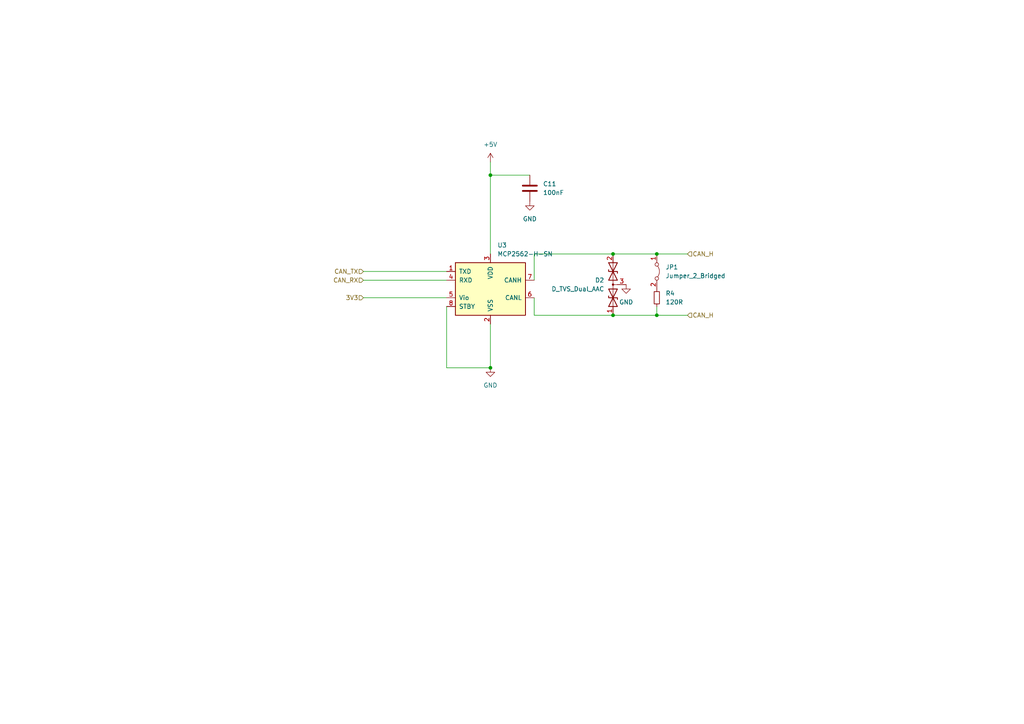
<source format=kicad_sch>
(kicad_sch (version 20211123) (generator eeschema)

  (uuid 6625711a-832e-4e8d-9de4-7d91e05c5893)

  (paper "A4")

  (lib_symbols
    (symbol "Device:C" (pin_numbers hide) (pin_names (offset 0.254)) (in_bom yes) (on_board yes)
      (property "Reference" "C" (id 0) (at 0.635 2.54 0)
        (effects (font (size 1.27 1.27)) (justify left))
      )
      (property "Value" "C" (id 1) (at 0.635 -2.54 0)
        (effects (font (size 1.27 1.27)) (justify left))
      )
      (property "Footprint" "" (id 2) (at 0.9652 -3.81 0)
        (effects (font (size 1.27 1.27)) hide)
      )
      (property "Datasheet" "~" (id 3) (at 0 0 0)
        (effects (font (size 1.27 1.27)) hide)
      )
      (property "ki_keywords" "cap capacitor" (id 4) (at 0 0 0)
        (effects (font (size 1.27 1.27)) hide)
      )
      (property "ki_description" "Unpolarized capacitor" (id 5) (at 0 0 0)
        (effects (font (size 1.27 1.27)) hide)
      )
      (property "ki_fp_filters" "C_*" (id 6) (at 0 0 0)
        (effects (font (size 1.27 1.27)) hide)
      )
      (symbol "C_0_1"
        (polyline
          (pts
            (xy -2.032 -0.762)
            (xy 2.032 -0.762)
          )
          (stroke (width 0.508) (type default) (color 0 0 0 0))
          (fill (type none))
        )
        (polyline
          (pts
            (xy -2.032 0.762)
            (xy 2.032 0.762)
          )
          (stroke (width 0.508) (type default) (color 0 0 0 0))
          (fill (type none))
        )
      )
      (symbol "C_1_1"
        (pin passive line (at 0 3.81 270) (length 2.794)
          (name "~" (effects (font (size 1.27 1.27))))
          (number "1" (effects (font (size 1.27 1.27))))
        )
        (pin passive line (at 0 -3.81 90) (length 2.794)
          (name "~" (effects (font (size 1.27 1.27))))
          (number "2" (effects (font (size 1.27 1.27))))
        )
      )
    )
    (symbol "Device:D_TVS_Dual_AAC" (pin_names (offset 1.016) hide) (in_bom yes) (on_board yes)
      (property "Reference" "D" (id 0) (at 0 4.445 0)
        (effects (font (size 1.27 1.27)))
      )
      (property "Value" "D_TVS_Dual_AAC" (id 1) (at 0 2.54 0)
        (effects (font (size 1.27 1.27)))
      )
      (property "Footprint" "" (id 2) (at -3.81 0 0)
        (effects (font (size 1.27 1.27)) hide)
      )
      (property "Datasheet" "~" (id 3) (at -3.81 0 0)
        (effects (font (size 1.27 1.27)) hide)
      )
      (property "ki_keywords" "diode TVS thyrector" (id 4) (at 0 0 0)
        (effects (font (size 1.27 1.27)) hide)
      )
      (property "ki_description" "Bidirectional dual transient-voltage-suppression diode, center on pin 3" (id 5) (at 0 0 0)
        (effects (font (size 1.27 1.27)) hide)
      )
      (symbol "D_TVS_Dual_AAC_0_0"
        (polyline
          (pts
            (xy 0 -1.27)
            (xy 0 0)
          )
          (stroke (width 0) (type default) (color 0 0 0 0))
          (fill (type none))
        )
      )
      (symbol "D_TVS_Dual_AAC_0_1"
        (polyline
          (pts
            (xy -6.35 0)
            (xy 6.35 0)
          )
          (stroke (width 0) (type default) (color 0 0 0 0))
          (fill (type none))
        )
        (polyline
          (pts
            (xy -3.302 1.27)
            (xy -3.81 1.27)
            (xy -3.81 -1.27)
            (xy -4.318 -1.27)
          )
          (stroke (width 0.254) (type default) (color 0 0 0 0))
          (fill (type none))
        )
        (polyline
          (pts
            (xy 4.318 1.27)
            (xy 3.81 1.27)
            (xy 3.81 -1.27)
            (xy 3.302 -1.27)
          )
          (stroke (width 0.254) (type default) (color 0 0 0 0))
          (fill (type none))
        )
        (polyline
          (pts
            (xy -6.35 1.27)
            (xy -1.27 -1.27)
            (xy -1.27 1.27)
            (xy -6.35 -1.27)
            (xy -6.35 1.27)
          )
          (stroke (width 0.254) (type default) (color 0 0 0 0))
          (fill (type none))
        )
        (polyline
          (pts
            (xy 6.35 1.27)
            (xy 1.27 -1.27)
            (xy 1.27 1.27)
            (xy 6.35 -1.27)
            (xy 6.35 1.27)
          )
          (stroke (width 0.254) (type default) (color 0 0 0 0))
          (fill (type none))
        )
        (circle (center 0 0) (radius 0.254)
          (stroke (width 0) (type default) (color 0 0 0 0))
          (fill (type outline))
        )
      )
      (symbol "D_TVS_Dual_AAC_1_1"
        (pin passive line (at -8.89 0 0) (length 2.54)
          (name "A1" (effects (font (size 1.27 1.27))))
          (number "1" (effects (font (size 1.27 1.27))))
        )
        (pin passive line (at 8.89 0 180) (length 2.54)
          (name "A2" (effects (font (size 1.27 1.27))))
          (number "2" (effects (font (size 1.27 1.27))))
        )
        (pin input line (at 0 -3.81 90) (length 2.54)
          (name "common" (effects (font (size 1.27 1.27))))
          (number "3" (effects (font (size 1.27 1.27))))
        )
      )
    )
    (symbol "Device:R_Small" (pin_numbers hide) (pin_names (offset 0.254) hide) (in_bom yes) (on_board yes)
      (property "Reference" "R" (id 0) (at 0.762 0.508 0)
        (effects (font (size 1.27 1.27)) (justify left))
      )
      (property "Value" "R_Small" (id 1) (at 0.762 -1.016 0)
        (effects (font (size 1.27 1.27)) (justify left))
      )
      (property "Footprint" "" (id 2) (at 0 0 0)
        (effects (font (size 1.27 1.27)) hide)
      )
      (property "Datasheet" "~" (id 3) (at 0 0 0)
        (effects (font (size 1.27 1.27)) hide)
      )
      (property "ki_keywords" "R resistor" (id 4) (at 0 0 0)
        (effects (font (size 1.27 1.27)) hide)
      )
      (property "ki_description" "Resistor, small symbol" (id 5) (at 0 0 0)
        (effects (font (size 1.27 1.27)) hide)
      )
      (property "ki_fp_filters" "R_*" (id 6) (at 0 0 0)
        (effects (font (size 1.27 1.27)) hide)
      )
      (symbol "R_Small_0_1"
        (rectangle (start -0.762 1.778) (end 0.762 -1.778)
          (stroke (width 0.2032) (type default) (color 0 0 0 0))
          (fill (type none))
        )
      )
      (symbol "R_Small_1_1"
        (pin passive line (at 0 2.54 270) (length 0.762)
          (name "~" (effects (font (size 1.27 1.27))))
          (number "1" (effects (font (size 1.27 1.27))))
        )
        (pin passive line (at 0 -2.54 90) (length 0.762)
          (name "~" (effects (font (size 1.27 1.27))))
          (number "2" (effects (font (size 1.27 1.27))))
        )
      )
    )
    (symbol "Interface_CAN_LIN:MCP2562-H-SN" (pin_names (offset 1.016)) (in_bom yes) (on_board yes)
      (property "Reference" "U" (id 0) (at -10.16 8.89 0)
        (effects (font (size 1.27 1.27)) (justify left))
      )
      (property "Value" "MCP2562-H-SN" (id 1) (at 2.54 8.89 0)
        (effects (font (size 1.27 1.27)) (justify left))
      )
      (property "Footprint" "Package_SO:SOIC-8_3.9x4.9mm_P1.27mm" (id 2) (at 0 -12.7 0)
        (effects (font (size 1.27 1.27) italic) hide)
      )
      (property "Datasheet" "http://ww1.microchip.com/downloads/en/DeviceDoc/25167A.pdf" (id 3) (at 0 0 0)
        (effects (font (size 1.27 1.27)) hide)
      )
      (property "ki_keywords" "High-Speed CAN Transceiver" (id 4) (at 0 0 0)
        (effects (font (size 1.27 1.27)) hide)
      )
      (property "ki_description" "High-Speed CAN Transceiver, 1Mbps, 5V supply, Vio pin, -40C to +150C, SOIC-8" (id 5) (at 0 0 0)
        (effects (font (size 1.27 1.27)) hide)
      )
      (property "ki_fp_filters" "SOIC*3.9x4.9mm*P1.27mm*" (id 6) (at 0 0 0)
        (effects (font (size 1.27 1.27)) hide)
      )
      (symbol "MCP2562-H-SN_0_1"
        (rectangle (start -10.16 7.62) (end 10.16 -7.62)
          (stroke (width 0.254) (type default) (color 0 0 0 0))
          (fill (type background))
        )
      )
      (symbol "MCP2562-H-SN_1_1"
        (pin input line (at -12.7 5.08 0) (length 2.54)
          (name "TXD" (effects (font (size 1.27 1.27))))
          (number "1" (effects (font (size 1.27 1.27))))
        )
        (pin power_in line (at 0 -10.16 90) (length 2.54)
          (name "VSS" (effects (font (size 1.27 1.27))))
          (number "2" (effects (font (size 1.27 1.27))))
        )
        (pin power_in line (at 0 10.16 270) (length 2.54)
          (name "VDD" (effects (font (size 1.27 1.27))))
          (number "3" (effects (font (size 1.27 1.27))))
        )
        (pin output line (at -12.7 2.54 0) (length 2.54)
          (name "RXD" (effects (font (size 1.27 1.27))))
          (number "4" (effects (font (size 1.27 1.27))))
        )
        (pin power_in line (at -12.7 -2.54 0) (length 2.54)
          (name "Vio" (effects (font (size 1.27 1.27))))
          (number "5" (effects (font (size 1.27 1.27))))
        )
        (pin bidirectional line (at 12.7 -2.54 180) (length 2.54)
          (name "CANL" (effects (font (size 1.27 1.27))))
          (number "6" (effects (font (size 1.27 1.27))))
        )
        (pin bidirectional line (at 12.7 2.54 180) (length 2.54)
          (name "CANH" (effects (font (size 1.27 1.27))))
          (number "7" (effects (font (size 1.27 1.27))))
        )
        (pin input line (at -12.7 -5.08 0) (length 2.54)
          (name "STBY" (effects (font (size 1.27 1.27))))
          (number "8" (effects (font (size 1.27 1.27))))
        )
      )
    )
    (symbol "Jumper:Jumper_2_Bridged" (pin_names (offset 0) hide) (in_bom yes) (on_board yes)
      (property "Reference" "JP" (id 0) (at 0 1.905 0)
        (effects (font (size 1.27 1.27)))
      )
      (property "Value" "Jumper_2_Bridged" (id 1) (at 0 -2.54 0)
        (effects (font (size 1.27 1.27)))
      )
      (property "Footprint" "" (id 2) (at 0 0 0)
        (effects (font (size 1.27 1.27)) hide)
      )
      (property "Datasheet" "~" (id 3) (at 0 0 0)
        (effects (font (size 1.27 1.27)) hide)
      )
      (property "ki_keywords" "Jumper SPST" (id 4) (at 0 0 0)
        (effects (font (size 1.27 1.27)) hide)
      )
      (property "ki_description" "Jumper, 2-pole, closed/bridged" (id 5) (at 0 0 0)
        (effects (font (size 1.27 1.27)) hide)
      )
      (property "ki_fp_filters" "Jumper* TestPoint*2Pads* TestPoint*Bridge*" (id 6) (at 0 0 0)
        (effects (font (size 1.27 1.27)) hide)
      )
      (symbol "Jumper_2_Bridged_0_0"
        (circle (center -2.032 0) (radius 0.508)
          (stroke (width 0) (type default) (color 0 0 0 0))
          (fill (type none))
        )
        (circle (center 2.032 0) (radius 0.508)
          (stroke (width 0) (type default) (color 0 0 0 0))
          (fill (type none))
        )
      )
      (symbol "Jumper_2_Bridged_0_1"
        (arc (start 1.524 0.254) (mid 0 0.762) (end -1.524 0.254)
          (stroke (width 0) (type default) (color 0 0 0 0))
          (fill (type none))
        )
      )
      (symbol "Jumper_2_Bridged_1_1"
        (pin passive line (at -5.08 0 0) (length 2.54)
          (name "A" (effects (font (size 1.27 1.27))))
          (number "1" (effects (font (size 1.27 1.27))))
        )
        (pin passive line (at 5.08 0 180) (length 2.54)
          (name "B" (effects (font (size 1.27 1.27))))
          (number "2" (effects (font (size 1.27 1.27))))
        )
      )
    )
    (symbol "power:+5V" (power) (pin_names (offset 0)) (in_bom yes) (on_board yes)
      (property "Reference" "#PWR" (id 0) (at 0 -3.81 0)
        (effects (font (size 1.27 1.27)) hide)
      )
      (property "Value" "+5V" (id 1) (at 0 3.556 0)
        (effects (font (size 1.27 1.27)))
      )
      (property "Footprint" "" (id 2) (at 0 0 0)
        (effects (font (size 1.27 1.27)) hide)
      )
      (property "Datasheet" "" (id 3) (at 0 0 0)
        (effects (font (size 1.27 1.27)) hide)
      )
      (property "ki_keywords" "power-flag" (id 4) (at 0 0 0)
        (effects (font (size 1.27 1.27)) hide)
      )
      (property "ki_description" "Power symbol creates a global label with name \"+5V\"" (id 5) (at 0 0 0)
        (effects (font (size 1.27 1.27)) hide)
      )
      (symbol "+5V_0_1"
        (polyline
          (pts
            (xy -0.762 1.27)
            (xy 0 2.54)
          )
          (stroke (width 0) (type default) (color 0 0 0 0))
          (fill (type none))
        )
        (polyline
          (pts
            (xy 0 0)
            (xy 0 2.54)
          )
          (stroke (width 0) (type default) (color 0 0 0 0))
          (fill (type none))
        )
        (polyline
          (pts
            (xy 0 2.54)
            (xy 0.762 1.27)
          )
          (stroke (width 0) (type default) (color 0 0 0 0))
          (fill (type none))
        )
      )
      (symbol "+5V_1_1"
        (pin power_in line (at 0 0 90) (length 0) hide
          (name "+5V" (effects (font (size 1.27 1.27))))
          (number "1" (effects (font (size 1.27 1.27))))
        )
      )
    )
    (symbol "power:GND" (power) (pin_names (offset 0)) (in_bom yes) (on_board yes)
      (property "Reference" "#PWR" (id 0) (at 0 -6.35 0)
        (effects (font (size 1.27 1.27)) hide)
      )
      (property "Value" "GND" (id 1) (at 0 -3.81 0)
        (effects (font (size 1.27 1.27)))
      )
      (property "Footprint" "" (id 2) (at 0 0 0)
        (effects (font (size 1.27 1.27)) hide)
      )
      (property "Datasheet" "" (id 3) (at 0 0 0)
        (effects (font (size 1.27 1.27)) hide)
      )
      (property "ki_keywords" "power-flag" (id 4) (at 0 0 0)
        (effects (font (size 1.27 1.27)) hide)
      )
      (property "ki_description" "Power symbol creates a global label with name \"GND\" , ground" (id 5) (at 0 0 0)
        (effects (font (size 1.27 1.27)) hide)
      )
      (symbol "GND_0_1"
        (polyline
          (pts
            (xy 0 0)
            (xy 0 -1.27)
            (xy 1.27 -1.27)
            (xy 0 -2.54)
            (xy -1.27 -1.27)
            (xy 0 -1.27)
          )
          (stroke (width 0) (type default) (color 0 0 0 0))
          (fill (type none))
        )
      )
      (symbol "GND_1_1"
        (pin power_in line (at 0 0 270) (length 0) hide
          (name "GND" (effects (font (size 1.27 1.27))))
          (number "1" (effects (font (size 1.27 1.27))))
        )
      )
    )
  )


  (junction (at 177.8 73.66) (diameter 0) (color 0 0 0 0)
    (uuid 266129ed-ec60-4597-8b53-d3f0449f4944)
  )
  (junction (at 190.5 73.66) (diameter 0) (color 0 0 0 0)
    (uuid 40313895-dd2e-40eb-9028-a7b19d7838cd)
  )
  (junction (at 142.24 106.68) (diameter 0) (color 0 0 0 0)
    (uuid 5fc2506b-724a-4156-8e83-734a385fb081)
  )
  (junction (at 177.8 91.44) (diameter 0) (color 0 0 0 0)
    (uuid 779c0d5f-535b-4e19-92e5-91a3e5322759)
  )
  (junction (at 190.5 91.44) (diameter 0) (color 0 0 0 0)
    (uuid b813c186-739d-44dd-b35c-948f1107c376)
  )
  (junction (at 142.24 50.8) (diameter 0) (color 0 0 0 0)
    (uuid ea99270f-b729-4558-9f12-9bf33849d3f6)
  )

  (wire (pts (xy 154.94 81.28) (xy 154.94 73.66))
    (stroke (width 0) (type default) (color 0 0 0 0))
    (uuid 01bd9c21-e4e8-4fea-9987-e6f675664fd5)
  )
  (wire (pts (xy 154.94 86.36) (xy 154.94 91.44))
    (stroke (width 0) (type default) (color 0 0 0 0))
    (uuid 0aa9eb2c-c036-44da-906a-b93d06943427)
  )
  (wire (pts (xy 190.5 88.9) (xy 190.5 91.44))
    (stroke (width 0) (type default) (color 0 0 0 0))
    (uuid 29a5d72c-2ec6-4260-b8fd-78a10c094f36)
  )
  (wire (pts (xy 142.24 50.8) (xy 142.24 73.66))
    (stroke (width 0) (type default) (color 0 0 0 0))
    (uuid 3207676b-ec6a-44dd-833c-5c5052625338)
  )
  (wire (pts (xy 190.5 91.44) (xy 199.39 91.44))
    (stroke (width 0) (type default) (color 0 0 0 0))
    (uuid 3c91b5bc-0a99-4060-97ac-89acae8eaf6a)
  )
  (wire (pts (xy 154.94 91.44) (xy 177.8 91.44))
    (stroke (width 0) (type default) (color 0 0 0 0))
    (uuid 3e1c703f-92fe-4e5c-a092-1aafa1387950)
  )
  (wire (pts (xy 142.24 93.98) (xy 142.24 106.68))
    (stroke (width 0) (type default) (color 0 0 0 0))
    (uuid 3e95bfe4-69cb-4742-8525-be00e3f4643c)
  )
  (wire (pts (xy 190.5 91.44) (xy 177.8 91.44))
    (stroke (width 0) (type default) (color 0 0 0 0))
    (uuid 46850366-3c0c-41ac-9355-690f575770e4)
  )
  (wire (pts (xy 142.24 46.99) (xy 142.24 50.8))
    (stroke (width 0) (type default) (color 0 0 0 0))
    (uuid 73012b44-10f4-4156-88ea-762159928756)
  )
  (wire (pts (xy 190.5 73.66) (xy 199.39 73.66))
    (stroke (width 0) (type default) (color 0 0 0 0))
    (uuid 763da552-54ae-440b-bda8-b13d59ca871e)
  )
  (wire (pts (xy 154.94 73.66) (xy 177.8 73.66))
    (stroke (width 0) (type default) (color 0 0 0 0))
    (uuid 7cdcb6ff-af6e-438d-acef-1391b8a03b55)
  )
  (wire (pts (xy 105.41 86.36) (xy 129.54 86.36))
    (stroke (width 0) (type default) (color 0 0 0 0))
    (uuid 7e8f0a66-6e76-42cb-b81b-e440db5dfc48)
  )
  (wire (pts (xy 129.54 106.68) (xy 142.24 106.68))
    (stroke (width 0) (type default) (color 0 0 0 0))
    (uuid 894703c7-10d0-472a-bf81-33f567b69f44)
  )
  (wire (pts (xy 129.54 88.9) (xy 129.54 106.68))
    (stroke (width 0) (type default) (color 0 0 0 0))
    (uuid 911abea2-e45d-4bba-a7d1-5f21348c8aee)
  )
  (wire (pts (xy 105.41 78.74) (xy 129.54 78.74))
    (stroke (width 0) (type default) (color 0 0 0 0))
    (uuid a4bcdb5f-a748-41d3-be48-c3edabbe61c1)
  )
  (wire (pts (xy 177.8 73.66) (xy 190.5 73.66))
    (stroke (width 0) (type default) (color 0 0 0 0))
    (uuid b2d24bcf-e544-458a-adda-f7caf42dadab)
  )
  (wire (pts (xy 142.24 50.8) (xy 153.67 50.8))
    (stroke (width 0) (type default) (color 0 0 0 0))
    (uuid def5d60f-d02e-43d3-9bdb-4b72ca9e00e7)
  )
  (wire (pts (xy 105.41 81.28) (xy 129.54 81.28))
    (stroke (width 0) (type default) (color 0 0 0 0))
    (uuid e45da0b5-ee8b-43bd-a6c7-7f53dbcbb6f6)
  )

  (hierarchical_label "CAN_H" (shape input) (at 199.39 91.44 0)
    (effects (font (size 1.27 1.27)) (justify left))
    (uuid 12cc60b5-4a86-4b7a-be4d-9d699392ab56)
  )
  (hierarchical_label "CAN_TX" (shape input) (at 105.41 78.74 180)
    (effects (font (size 1.27 1.27)) (justify right))
    (uuid 209503c4-68e0-4957-8fbc-4e2fdc265dc3)
  )
  (hierarchical_label "CAN_H" (shape input) (at 199.39 73.66 0)
    (effects (font (size 1.27 1.27)) (justify left))
    (uuid 3b23a531-d465-4894-9f5d-e0a3c7a17099)
  )
  (hierarchical_label "CAN_RX" (shape input) (at 105.41 81.28 180)
    (effects (font (size 1.27 1.27)) (justify right))
    (uuid a3e6d163-5acb-4473-8e11-418dea778bec)
  )
  (hierarchical_label "3V3" (shape input) (at 105.41 86.36 180)
    (effects (font (size 1.27 1.27)) (justify right))
    (uuid c81b112c-5435-4224-8f56-3db51d707662)
  )

  (symbol (lib_id "Device:C") (at 153.67 54.61 0) (unit 1)
    (in_bom yes) (on_board yes) (fields_autoplaced)
    (uuid 0e5b0074-540c-4a44-9a74-437e915bfe17)
    (property "Reference" "C11" (id 0) (at 157.48 53.3399 0)
      (effects (font (size 1.27 1.27)) (justify left))
    )
    (property "Value" "100nF" (id 1) (at 157.48 55.8799 0)
      (effects (font (size 1.27 1.27)) (justify left))
    )
    (property "Footprint" "" (id 2) (at 154.6352 58.42 0)
      (effects (font (size 1.27 1.27)) hide)
    )
    (property "Datasheet" "~" (id 3) (at 153.67 54.61 0)
      (effects (font (size 1.27 1.27)) hide)
    )
    (pin "1" (uuid 38c0a790-c5fa-4388-a86a-80b1711f9932))
    (pin "2" (uuid 9bb00585-5f66-486f-af08-33b57e222015))
  )

  (symbol (lib_id "Interface_CAN_LIN:MCP2562-H-SN") (at 142.24 83.82 0) (unit 1)
    (in_bom yes) (on_board yes) (fields_autoplaced)
    (uuid 12d86e6a-3017-4551-9f6b-0f686bdbb6d8)
    (property "Reference" "U3" (id 0) (at 144.2594 71.12 0)
      (effects (font (size 1.27 1.27)) (justify left))
    )
    (property "Value" "MCP2562-H-SN" (id 1) (at 144.2594 73.66 0)
      (effects (font (size 1.27 1.27)) (justify left))
    )
    (property "Footprint" "Package_SO:SOIC-8_3.9x4.9mm_P1.27mm" (id 2) (at 142.24 96.52 0)
      (effects (font (size 1.27 1.27) italic) hide)
    )
    (property "Datasheet" "http://ww1.microchip.com/downloads/en/DeviceDoc/25167A.pdf" (id 3) (at 142.24 83.82 0)
      (effects (font (size 1.27 1.27)) hide)
    )
    (pin "1" (uuid 24a6640c-c25f-456d-8c74-892f609dcf13))
    (pin "2" (uuid fd050c79-bed7-4987-a57a-77020a3e1a94))
    (pin "3" (uuid 7ab7b1db-1ff2-493f-8f9c-36792ad21c73))
    (pin "4" (uuid bf1f6226-2275-4b86-9c1d-d63e3a6430dd))
    (pin "5" (uuid 53dd890e-5aba-493f-87ec-8a34bea86d70))
    (pin "6" (uuid ca4b2a77-5a71-40ab-b178-0276e8dd2714))
    (pin "7" (uuid 8bcfde59-b85c-43bb-9e8e-e5706baedd16))
    (pin "8" (uuid ed045454-339e-41b3-adf7-74925ba99853))
  )

  (symbol (lib_id "power:+5V") (at 142.24 46.99 0) (unit 1)
    (in_bom yes) (on_board yes) (fields_autoplaced)
    (uuid 7eda671b-2dca-4a4e-ab2a-396aad5490db)
    (property "Reference" "#PWR014" (id 0) (at 142.24 50.8 0)
      (effects (font (size 1.27 1.27)) hide)
    )
    (property "Value" "+5V" (id 1) (at 142.24 41.91 0))
    (property "Footprint" "" (id 2) (at 142.24 46.99 0)
      (effects (font (size 1.27 1.27)) hide)
    )
    (property "Datasheet" "" (id 3) (at 142.24 46.99 0)
      (effects (font (size 1.27 1.27)) hide)
    )
    (pin "1" (uuid 2c53053b-db21-42a6-b579-22a16e10c628))
  )

  (symbol (lib_id "Device:D_TVS_Dual_AAC") (at 177.8 82.55 90) (unit 1)
    (in_bom yes) (on_board yes) (fields_autoplaced)
    (uuid bab46f34-8c8a-41f0-bea2-5779a0f6a524)
    (property "Reference" "D2" (id 0) (at 175.26 81.2799 90)
      (effects (font (size 1.27 1.27)) (justify left))
    )
    (property "Value" "D_TVS_Dual_AAC" (id 1) (at 175.26 83.8199 90)
      (effects (font (size 1.27 1.27)) (justify left))
    )
    (property "Footprint" "" (id 2) (at 177.8 86.36 0)
      (effects (font (size 1.27 1.27)) hide)
    )
    (property "Datasheet" "~" (id 3) (at 177.8 86.36 0)
      (effects (font (size 1.27 1.27)) hide)
    )
    (pin "1" (uuid b3b08be4-7aba-4f0e-813e-490cdac087d6))
    (pin "2" (uuid f9da8565-c0b6-4f39-9018-886d91887fe9))
    (pin "3" (uuid cbfdebec-9083-4b4c-a204-f1458cc71c5c))
  )

  (symbol (lib_id "Device:R_Small") (at 190.5 86.36 0) (unit 1)
    (in_bom yes) (on_board yes) (fields_autoplaced)
    (uuid c33e9a1c-e841-44ab-94b0-b02bcd9714c6)
    (property "Reference" "R4" (id 0) (at 193.04 85.0899 0)
      (effects (font (size 1.27 1.27)) (justify left))
    )
    (property "Value" "120R" (id 1) (at 193.04 87.6299 0)
      (effects (font (size 1.27 1.27)) (justify left))
    )
    (property "Footprint" "" (id 2) (at 190.5 86.36 0)
      (effects (font (size 1.27 1.27)) hide)
    )
    (property "Datasheet" "~" (id 3) (at 190.5 86.36 0)
      (effects (font (size 1.27 1.27)) hide)
    )
    (pin "1" (uuid f7b6d619-740e-4145-8372-81cc426784ef))
    (pin "2" (uuid cbb42f39-5d09-4c42-aff2-820cb4647944))
  )

  (symbol (lib_id "power:GND") (at 153.67 58.42 0) (unit 1)
    (in_bom yes) (on_board yes) (fields_autoplaced)
    (uuid c44e576c-2aa0-440a-a39f-9cd504cc5567)
    (property "Reference" "#PWR016" (id 0) (at 153.67 64.77 0)
      (effects (font (size 1.27 1.27)) hide)
    )
    (property "Value" "GND" (id 1) (at 153.67 63.5 0))
    (property "Footprint" "" (id 2) (at 153.67 58.42 0)
      (effects (font (size 1.27 1.27)) hide)
    )
    (property "Datasheet" "" (id 3) (at 153.67 58.42 0)
      (effects (font (size 1.27 1.27)) hide)
    )
    (pin "1" (uuid 683b8916-81c1-434d-9bad-07adebe827e1))
  )

  (symbol (lib_id "power:GND") (at 181.61 82.55 0) (unit 1)
    (in_bom yes) (on_board yes) (fields_autoplaced)
    (uuid c6f68e7a-6c0e-4e5c-a066-1a168b540926)
    (property "Reference" "#PWR017" (id 0) (at 181.61 88.9 0)
      (effects (font (size 1.27 1.27)) hide)
    )
    (property "Value" "GND" (id 1) (at 181.61 87.63 0))
    (property "Footprint" "" (id 2) (at 181.61 82.55 0)
      (effects (font (size 1.27 1.27)) hide)
    )
    (property "Datasheet" "" (id 3) (at 181.61 82.55 0)
      (effects (font (size 1.27 1.27)) hide)
    )
    (pin "1" (uuid 7f187460-0c37-48ee-bda6-0919aedf2764))
  )

  (symbol (lib_id "Jumper:Jumper_2_Bridged") (at 190.5 78.74 270) (unit 1)
    (in_bom yes) (on_board yes) (fields_autoplaced)
    (uuid cf5e3496-76c8-45ee-aa22-86b53adca46e)
    (property "Reference" "JP1" (id 0) (at 193.04 77.4699 90)
      (effects (font (size 1.27 1.27)) (justify left))
    )
    (property "Value" "Jumper_2_Bridged" (id 1) (at 193.04 80.0099 90)
      (effects (font (size 1.27 1.27)) (justify left))
    )
    (property "Footprint" "" (id 2) (at 190.5 78.74 0)
      (effects (font (size 1.27 1.27)) hide)
    )
    (property "Datasheet" "~" (id 3) (at 190.5 78.74 0)
      (effects (font (size 1.27 1.27)) hide)
    )
    (pin "1" (uuid 4d86b85f-b3aa-414c-bd80-3bd624e67a28))
    (pin "2" (uuid 3c97148e-22d8-44e6-b996-a8029f2f87ec))
  )

  (symbol (lib_id "power:GND") (at 142.24 106.68 0) (unit 1)
    (in_bom yes) (on_board yes) (fields_autoplaced)
    (uuid ecab527a-2a60-4737-8dcb-34ffdce6c217)
    (property "Reference" "#PWR015" (id 0) (at 142.24 113.03 0)
      (effects (font (size 1.27 1.27)) hide)
    )
    (property "Value" "GND" (id 1) (at 142.24 111.76 0))
    (property "Footprint" "" (id 2) (at 142.24 106.68 0)
      (effects (font (size 1.27 1.27)) hide)
    )
    (property "Datasheet" "" (id 3) (at 142.24 106.68 0)
      (effects (font (size 1.27 1.27)) hide)
    )
    (pin "1" (uuid 150b4643-ceae-41af-ad53-ecad8e9e3b00))
  )
)

</source>
